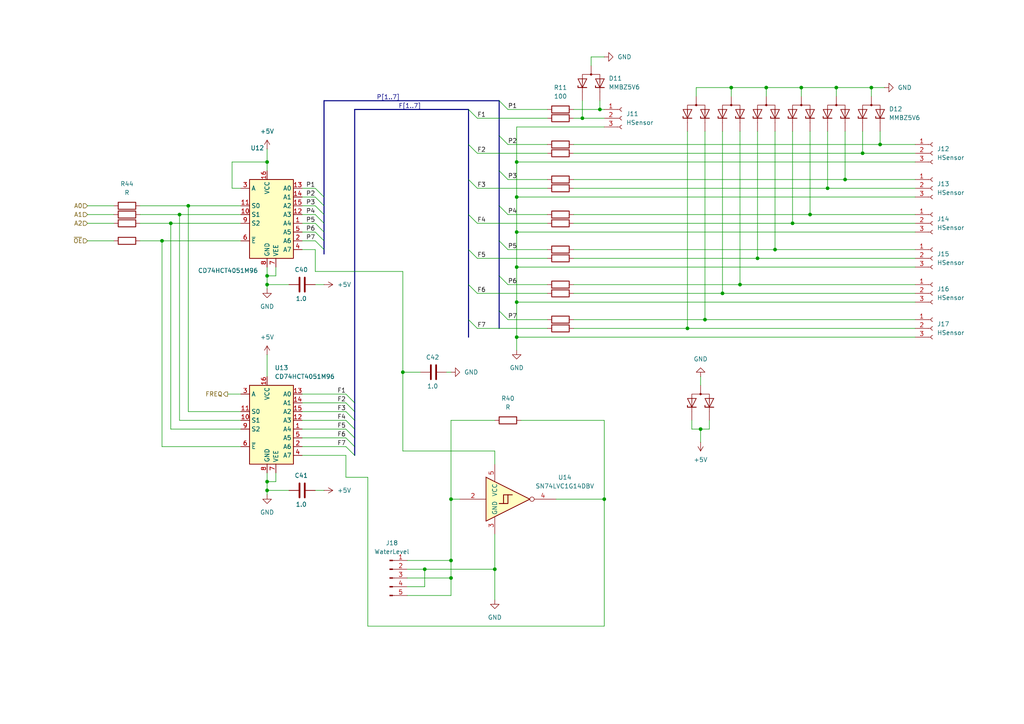
<source format=kicad_sch>
(kicad_sch (version 20231120) (generator "eeschema") (generator_version "8.0")
  (paper "A4")
  (title_block (title "Humidity sensors interface") (company "RoboWay"))
  (lib_symbols
    (symbol "74xGxx:SN74LVC1G14DBV"
      (property "Reference" "U" (at 0 3.81 0))
      (property "Value" "SN74LVC1G14DBV" (at 0 -3.81 0))
      (symbol "SN74LVC1G14DBV_0_1"
        (polyline (pts (xy -7.62 6.35) (xy -7.62 -6.35) (xy 5.08 0) (xy -7.62 6.35)) (stroke (width 0.254)) (fill (type background)))
      )
      (symbol "SN74LVC1G14DBV_1_1"
        (polyline (pts (xy -3.81 -1.27) (xy -1.27 -1.27) (xy -1.27 1.27)) (stroke (width 0.254)))
        (polyline (pts (xy -2.54 -1.27) (xy -2.54 1.27) (xy 0 1.27)) (stroke (width 0.254)))
        (pin no_connect line (at -7.62 5.08 180) (length 5.08) hide (name "NC") (number "1"))
        (pin input line (at -15.24 0 0) (length 7.62) (name "~") (number "2"))
        (pin power_in line (at -5.08 -10.16 90) (length 5.08) (name "GND") (number "3"))
        (pin output inverted (at 12.7 0 180) (length 7.62) (name "~") (number "4"))
        (pin power_in line (at -5.08 10.16 270) (length 5.08) (name "VCC") (number "5"))
      )
    )
    (symbol "74xx:74HCT4051"
      (property "Reference" "U" (at -5.08 11.43 0))
      (property "Value" "74HCT4051" (at -7.62 -13.97 0))
      (symbol "74HCT4051_0_1"
        (rectangle (start -5.08 10.16) (end 7.62 -12.7) (stroke (width 0.254)) (fill (type background)))
      )
      (symbol "74HCT4051_1_1"
        (pin passive line (at 10.16 -2.54 180) (length 2.54) (name "A4") (number "1"))
        (pin input line (at -7.62 0 0) (length 2.54) (name "S1") (number "10"))
        (pin input line (at -7.62 2.54 0) (length 2.54) (name "S0") (number "11"))
        (pin passive line (at 10.16 0 180) (length 2.54) (name "A3") (number "12"))
        (pin passive line (at 10.16 7.62 180) (length 2.54) (name "A0") (number "13"))
        (pin passive line (at 10.16 5.08 180) (length 2.54) (name "A1") (number "14"))
        (pin passive line (at 10.16 2.54 180) (length 2.54) (name "A2") (number "15"))
        (pin power_in line (at 0 12.7 270) (length 2.54) (name "VCC") (number "16"))
        (pin passive line (at 10.16 -7.62 180) (length 2.54) (name "A6") (number "2"))
        (pin passive line (at -7.62 7.62 0) (length 2.54) (name "A") (number "3"))
        (pin passive line (at 10.16 -10.16 180) (length 2.54) (name "A7") (number "4"))
        (pin passive line (at 10.16 -5.08 180) (length 2.54) (name "A5") (number "5"))
        (pin input line (at -7.62 -7.62 0) (length 2.54) (name "~{E}") (number "6"))
        (pin power_in line (at 2.54 -15.24 90) (length 2.54) (name "VEE") (number "7"))
        (pin power_in line (at 0 -15.24 90) (length 2.54) (name "GND") (number "8"))
        (pin input line (at -7.62 -2.54 0) (length 2.54) (name "S2") (number "9"))
      )
    )
    (symbol "Connector:Conn_01x03_Socket" (pin_names (offset 1.016) hide)
      (property "Reference" "J" (at 0 5.08 0))
      (property "Value" "Conn_01x03_Socket" (at 0 -5.08 0))
      (symbol "Conn_01x03_Socket_1_1"
        (arc (start 0 -2.032) (mid -0.5058 -2.54) (end 0 -3.048) (stroke (width 0.1524)))
        (polyline (pts (xy -1.27 -2.54) (xy -0.508 -2.54)) (stroke (width 0.1524)))
        (polyline (pts (xy -1.27 0) (xy -0.508 0)) (stroke (width 0.1524)))
        (polyline (pts (xy -1.27 2.54) (xy -0.508 2.54)) (stroke (width 0.1524)))
        (arc (start 0 0.508) (mid -0.5058 0) (end 0 -0.508) (stroke (width 0.1524)))
        (arc (start 0 3.048) (mid -0.5058 2.54) (end 0 2.032) (stroke (width 0.1524)))
        (pin passive line (at -5.08 2.54 0) (length 3.81) (name "Pin_1") (number "1"))
        (pin passive line (at -5.08 0 0) (length 3.81) (name "Pin_2") (number "2"))
        (pin passive line (at -5.08 -2.54 0) (length 3.81) (name "Pin_3") (number "3"))
      )
    )
    (symbol "Connector:Conn_01x05_Pin" (pin_names (offset 1.016) hide)
      (property "Reference" "J" (at 0 7.62 0))
      (property "Value" "Conn_01x05_Pin" (at 0 -7.62 0))
      (symbol "Conn_01x05_Pin_1_1"
        (polyline (pts (xy 1.27 -5.08) (xy 0.8636 -5.08)) (stroke (width 0.1524)))
        (polyline (pts (xy 1.27 -2.54) (xy 0.8636 -2.54)) (stroke (width 0.1524)))
        (polyline (pts (xy 1.27 0) (xy 0.8636 0)) (stroke (width 0.1524)))
        (polyline (pts (xy 1.27 2.54) (xy 0.8636 2.54)) (stroke (width 0.1524)))
        (polyline (pts (xy 1.27 5.08) (xy 0.8636 5.08)) (stroke (width 0.1524)))
        (rectangle (start 0.8636 -4.953) (end 0 -5.207) (stroke (width 0.1524)) (fill (type outline)))
        (rectangle (start 0.8636 -2.413) (end 0 -2.667) (stroke (width 0.1524)) (fill (type outline)))
        (rectangle (start 0.8636 0.127) (end 0 -0.127) (stroke (width 0.1524)) (fill (type outline)))
        (rectangle (start 0.8636 2.667) (end 0 2.413) (stroke (width 0.1524)) (fill (type outline)))
        (rectangle (start 0.8636 5.207) (end 0 4.953) (stroke (width 0.1524)) (fill (type outline)))
        (pin passive line (at 5.08 5.08 180) (length 3.81) (name "Pin_1") (number "1"))
        (pin passive line (at 5.08 2.54 180) (length 3.81) (name "Pin_2") (number "2"))
        (pin passive line (at 5.08 0 180) (length 3.81) (name "Pin_3") (number "3"))
        (pin passive line (at 5.08 -2.54 180) (length 3.81) (name "Pin_4") (number "4"))
        (pin passive line (at 5.08 -5.08 180) (length 3.81) (name "Pin_5") (number "5"))
      )
    )
    (symbol "Device:C" (pin_numbers hide) (pin_names (offset 0.254))
      (property "Reference" "C" (at 0.635 2.54 0))
      (property "Value" "C" (at 0.635 -2.54 0))
      (symbol "C_0_1"
        (polyline (pts (xy -2.032 -0.762) (xy 2.032 -0.762)) (stroke (width 0.508)))
        (polyline (pts (xy -2.032 0.762) (xy 2.032 0.762)) (stroke (width 0.508)))
      )
      (symbol "C_1_1"
        (pin passive line (at 0 3.81 270) (length 2.794) (name "~") (number "1"))
        (pin passive line (at 0 -3.81 90) (length 2.794) (name "~") (number "2"))
      )
    )
    (symbol "Device:R" (pin_numbers hide) (pin_names (offset 0))
      (property "Reference" "R" (at 2.032 0 90))
      (property "Value" "R" (at 0 0 90))
      (symbol "R_0_1"
        (rectangle (start -1.016 -2.54) (end 1.016 2.54) (stroke (width 0.254)))
      )
      (symbol "R_1_1"
        (pin passive line (at 0 3.81 270) (length 1.27) (name "~") (number "1"))
        (pin passive line (at 0 -3.81 90) (length 1.27) (name "~") (number "2"))
      )
    )
    (symbol "Diode:MMBZxx" (pin_numbers hide) (pin_names (offset 1.016) hide)
      (property "Reference" "D" (at 3.81 2.54 0))
      (property "Value" "MMBZxx" (at 3.81 0 0))
      (symbol "MMBZxx_0_1"
        (circle (center 0 -2.54) (radius 0.254) (fill (type outline)))
        (polyline (pts (xy -2.54 -1.27) (xy -2.54 2.54)))
        (polyline (pts (xy 2.54 -1.27) (xy 2.54 2.54)))
        (polyline (pts (xy -3.81 1.27) (xy -1.27 1.27) (xy -1.27 0.762)) (stroke (width 0.254)))
        (polyline (pts (xy 1.27 1.27) (xy 3.81 1.27) (xy 3.81 0.762)) (stroke (width 0.254)))
        (polyline (pts (xy -2.54 0) (xy -2.54 -2.54) (xy 2.54 -2.54) (xy 2.54 0)))
      )
      (symbol "MMBZxx_1_1"
        (polyline (pts (xy -3.81 -1.27) (xy -1.27 -1.27) (xy -2.54 1.27) (xy -3.81 -1.27)) (stroke (width 0.2032)))
        (polyline (pts (xy 1.27 -1.27) (xy 3.81 -1.27) (xy 2.54 1.27) (xy 1.27 -1.27)) (stroke (width 0.2032)))
        (pin passive line (at -2.54 5.08 270) (length 2.54) (name "K") (number "1"))
        (pin passive line (at 2.54 5.08 270) (length 2.54) (name "K") (number "2"))
        (pin passive line (at 0 -5.08 90) (length 2.54) (name "A") (number "3"))
      )
    )
    (symbol "power:+5V" (power) (pin_numbers hide) (pin_names (offset 0) hide)
      (property "Value" "+5V" (at 0 3.556 0))
      (symbol "+5V_0_1"
        (polyline (pts (xy -0.762 1.27) (xy 0 2.54)))
        (polyline (pts (xy 0 0) (xy 0 2.54)))
        (polyline (pts (xy 0 2.54) (xy 0.762 1.27)))
      )
      (symbol "+5V_1_1"
        (pin power_in line (at 0 0 90) (length 0) (name "~") (number "1"))
      )
    )
    (symbol "power:GND" (power) (pin_numbers hide) (pin_names (offset 0) hide)
      (property "Value" "GND" (at 0 -3.81 0))
      (symbol "GND_0_1"
        (polyline (pts (xy 0 0) (xy 0 -1.27) (xy 1.27 -1.27) (xy 0 -2.54) (xy -1.27 -1.27) (xy 0 -1.27)))
      )
      (symbol "GND_1_1"
        (pin power_in line (at 0 0 270) (length 0) (name "~") (number "1"))
      )
    )
  )
  (junction (at 214.63 82.55))
  (junction (at 54.61 59.69))
  (junction (at 130.81 162.56))
  (junction (at 175.26 144.78))
  (junction (at 149.86 77.47))
  (junction (at 219.71 74.93))
  (junction (at 123.19 165.1))
  (junction (at 149.86 97.79))
  (junction (at 224.79 72.39))
  (junction (at 173.99 31.75))
  (junction (at 203.2 124.46))
  (junction (at 77.47 142.24))
  (junction (at 143.51 165.1))
  (junction (at 234.95 62.23))
  (junction (at 240.03 54.61))
  (junction (at 229.87 64.77))
  (junction (at 199.39 95.25))
  (junction (at 250.19 44.45))
  (junction (at 77.47 80.01))
  (junction (at 222.25 25.4))
  (junction (at 130.81 167.64))
  (junction (at 232.41 25.4))
  (junction (at 245.11 52.07))
  (junction (at 46.99 69.85))
  (junction (at 52.07 62.23))
  (junction (at 212.09 25.4))
  (junction (at 252.73 25.4))
  (junction (at 130.81 144.78))
  (junction (at 255.27 41.91))
  (junction (at 116.84 107.95))
  (junction (at 242.57 25.4))
  (junction (at 168.91 34.29))
  (junction (at 149.86 46.99))
  (junction (at 209.55 85.09))
  (junction (at 204.47 92.71))
  (junction (at 149.86 87.63))
  (junction (at 149.86 57.15))
  (junction (at 77.47 82.55))
  (junction (at 149.86 67.31))
  (junction (at 49.53 64.77))
  (junction (at 77.47 139.7))
  (junction (at 77.47 46.99))
  (bus_entry (at 135.89 72.39) (size 2.54 2.54))
  (bus_entry (at 144.78 59.69) (size 2.54 2.54))
  (bus_entry (at 91.44 69.85) (size 2.54 2.54))
  (bus_entry (at 100.33 121.92) (size 2.54 2.54))
  (bus_entry (at 91.44 67.31) (size 2.54 2.54))
  (bus_entry (at 135.89 92.71) (size 2.54 2.54))
  (bus_entry (at 144.78 69.85) (size 2.54 2.54))
  (bus_entry (at 100.33 119.38) (size 2.54 2.54))
  (bus_entry (at 100.33 124.46) (size 2.54 2.54))
  (bus_entry (at 144.78 90.17) (size 2.54 2.54))
  (bus_entry (at 91.44 57.15) (size 2.54 2.54))
  (bus_entry (at 144.78 49.53) (size 2.54 2.54))
  (bus_entry (at 144.78 80.01) (size 2.54 2.54))
  (bus_entry (at 135.89 52.07) (size 2.54 2.54))
  (bus_entry (at 100.33 114.3) (size 2.54 2.54))
  (bus_entry (at 135.89 41.91) (size 2.54 2.54))
  (bus_entry (at 135.89 31.75) (size 2.54 2.54))
  (bus_entry (at 135.89 82.55) (size 2.54 2.54))
  (bus_entry (at 91.44 64.77) (size 2.54 2.54))
  (bus_entry (at 91.44 62.23) (size 2.54 2.54))
  (bus_entry (at 100.33 116.84) (size 2.54 2.54))
  (bus_entry (at 91.44 54.61) (size 2.54 2.54))
  (bus_entry (at 100.33 129.54) (size 2.54 2.54))
  (bus_entry (at 91.44 59.69) (size 2.54 2.54))
  (bus_entry (at 135.89 62.23) (size 2.54 2.54))
  (bus_entry (at 144.78 29.21) (size 2.54 2.54))
  (bus_entry (at 100.33 127) (size 2.54 2.54))
  (bus_entry (at 144.78 39.37) (size 2.54 2.54))
  (wire (pts (xy 118.11 172.72) (xy 130.81 172.72)))
  (bus (pts (xy 102.87 124.46) (xy 102.87 121.92)))
  (wire (pts (xy 87.63 54.61) (xy 91.44 54.61)))
  (wire (pts (xy 229.87 38.1) (xy 229.87 64.77)))
  (wire (pts (xy 147.32 72.39) (xy 158.75 72.39)))
  (bus (pts (xy 93.98 69.85) (xy 93.98 67.31)))
  (wire (pts (xy 245.11 52.07) (xy 265.43 52.07)))
  (wire (pts (xy 166.37 31.75) (xy 173.99 31.75)))
  (bus (pts (xy 144.78 59.69) (xy 144.78 69.85)))
  (wire (pts (xy 130.81 107.95) (xy 129.54 107.95)))
  (wire (pts (xy 77.47 142.24) (xy 83.82 142.24)))
  (wire (pts (xy 222.25 25.4) (xy 232.41 25.4)))
  (wire (pts (xy 77.47 77.47) (xy 77.47 80.01)))
  (wire (pts (xy 242.57 25.4) (xy 252.73 25.4)))
  (wire (pts (xy 205.74 124.46) (xy 205.74 121.92)))
  (wire (pts (xy 40.64 62.23) (xy 52.07 62.23)))
  (wire (pts (xy 52.07 121.92) (xy 69.85 121.92)))
  (wire (pts (xy 87.63 116.84) (xy 100.33 116.84)))
  (bus (pts (xy 93.98 57.15) (xy 93.98 29.21)))
  (wire (pts (xy 143.51 165.1) (xy 143.51 173.99)))
  (wire (pts (xy 147.32 92.71) (xy 158.75 92.71)))
  (bus (pts (xy 135.89 92.71) (xy 135.89 97.79)))
  (wire (pts (xy 100.33 138.43) (xy 106.68 138.43)))
  (wire (pts (xy 80.01 139.7) (xy 77.47 139.7)))
  (wire (pts (xy 147.32 52.07) (xy 158.75 52.07)))
  (wire (pts (xy 149.86 97.79) (xy 265.43 97.79)))
  (wire (pts (xy 77.47 80.01) (xy 77.47 82.55)))
  (wire (pts (xy 204.47 92.71) (xy 265.43 92.71)))
  (wire (pts (xy 116.84 130.81) (xy 143.51 130.81)))
  (wire (pts (xy 234.95 38.1) (xy 234.95 62.23)))
  (wire (pts (xy 80.01 137.16) (xy 80.01 139.7)))
  (wire (pts (xy 212.09 25.4) (xy 212.09 27.94)))
  (wire (pts (xy 175.26 36.83) (xy 149.86 36.83)))
  (wire (pts (xy 204.47 38.1) (xy 204.47 92.71)))
  (wire (pts (xy 138.43 54.61) (xy 158.75 54.61)))
  (bus (pts (xy 135.89 82.55) (xy 135.89 92.71)))
  (wire (pts (xy 46.99 69.85) (xy 69.85 69.85)))
  (bus (pts (xy 144.78 69.85) (xy 144.78 80.01)))
  (wire (pts (xy 77.47 82.55) (xy 83.82 82.55)))
  (bus (pts (xy 102.87 132.08) (xy 102.87 129.54)))
  (wire (pts (xy 138.43 74.93) (xy 158.75 74.93)))
  (wire (pts (xy 25.4 64.77) (xy 33.02 64.77)))
  (wire (pts (xy 166.37 64.77) (xy 229.87 64.77)))
  (bus (pts (xy 102.87 31.75) (xy 135.89 31.75)))
  (wire (pts (xy 149.86 87.63) (xy 149.86 97.79)))
  (bus (pts (xy 144.78 49.53) (xy 144.78 59.69)))
  (wire (pts (xy 77.47 139.7) (xy 77.47 142.24)))
  (wire (pts (xy 118.11 162.56) (xy 130.81 162.56)))
  (bus (pts (xy 144.78 80.01) (xy 144.78 90.17)))
  (wire (pts (xy 147.32 31.75) (xy 158.75 31.75)))
  (wire (pts (xy 46.99 69.85) (xy 46.99 129.54)))
  (wire (pts (xy 40.64 64.77) (xy 49.53 64.77)))
  (wire (pts (xy 255.27 38.1) (xy 255.27 41.91)))
  (bus (pts (xy 93.98 64.77) (xy 93.98 62.23)))
  (wire (pts (xy 168.91 29.21) (xy 168.91 34.29)))
  (wire (pts (xy 255.27 41.91) (xy 265.43 41.91)))
  (bus (pts (xy 135.89 62.23) (xy 135.89 72.39)))
  (wire (pts (xy 240.03 38.1) (xy 240.03 54.61)))
  (bus (pts (xy 102.87 121.92) (xy 102.87 119.38)))
  (wire (pts (xy 87.63 59.69) (xy 91.44 59.69)))
  (wire (pts (xy 149.86 77.47) (xy 265.43 77.47)))
  (wire (pts (xy 252.73 25.4) (xy 256.54 25.4)))
  (wire (pts (xy 199.39 95.25) (xy 265.43 95.25)))
  (wire (pts (xy 234.95 62.23) (xy 265.43 62.23)))
  (wire (pts (xy 203.2 124.46) (xy 203.2 128.27)))
  (bus (pts (xy 93.98 59.69) (xy 93.98 57.15)))
  (wire (pts (xy 49.53 64.77) (xy 69.85 64.77)))
  (wire (pts (xy 166.37 72.39) (xy 224.79 72.39)))
  (wire (pts (xy 214.63 82.55) (xy 265.43 82.55)))
  (wire (pts (xy 54.61 119.38) (xy 69.85 119.38)))
  (wire (pts (xy 209.55 38.1) (xy 209.55 85.09)))
  (wire (pts (xy 252.73 27.94) (xy 252.73 25.4)))
  (wire (pts (xy 166.37 85.09) (xy 209.55 85.09)))
  (wire (pts (xy 40.64 69.85) (xy 46.99 69.85)))
  (wire (pts (xy 80.01 80.01) (xy 77.47 80.01)))
  (wire (pts (xy 168.91 34.29) (xy 175.26 34.29)))
  (wire (pts (xy 232.41 25.4) (xy 232.41 27.94)))
  (wire (pts (xy 149.86 77.47) (xy 149.86 87.63)))
  (wire (pts (xy 245.11 38.1) (xy 245.11 52.07)))
  (wire (pts (xy 67.31 54.61) (xy 69.85 54.61)))
  (wire (pts (xy 175.26 144.78) (xy 161.29 144.78)))
  (wire (pts (xy 46.99 129.54) (xy 69.85 129.54)))
  (wire (pts (xy 175.26 181.61) (xy 175.26 144.78)))
  (bus (pts (xy 144.78 90.17) (xy 144.78 95.25)))
  (wire (pts (xy 212.09 25.4) (xy 222.25 25.4)))
  (wire (pts (xy 138.43 34.29) (xy 158.75 34.29)))
  (wire (pts (xy 25.4 59.69) (xy 33.02 59.69)))
  (wire (pts (xy 87.63 62.23) (xy 91.44 62.23)))
  (wire (pts (xy 201.93 27.94) (xy 201.93 25.4)))
  (wire (pts (xy 87.63 121.92) (xy 100.33 121.92)))
  (wire (pts (xy 130.81 162.56) (xy 130.81 144.78)))
  (wire (pts (xy 149.86 67.31) (xy 149.86 77.47)))
  (wire (pts (xy 143.51 130.81) (xy 143.51 134.62)))
  (wire (pts (xy 250.19 38.1) (xy 250.19 44.45)))
  (wire (pts (xy 49.53 64.77) (xy 49.53 124.46)))
  (wire (pts (xy 147.32 41.91) (xy 158.75 41.91)))
  (wire (pts (xy 250.19 44.45) (xy 265.43 44.45)))
  (wire (pts (xy 149.86 46.99) (xy 149.86 57.15)))
  (wire (pts (xy 219.71 74.93) (xy 265.43 74.93)))
  (wire (pts (xy 203.2 124.46) (xy 205.74 124.46)))
  (wire (pts (xy 138.43 85.09) (xy 158.75 85.09)))
  (wire (pts (xy 149.86 46.99) (xy 265.43 46.99)))
  (wire (pts (xy 219.71 38.1) (xy 219.71 74.93)))
  (wire (pts (xy 166.37 41.91) (xy 255.27 41.91)))
  (bus (pts (xy 144.78 39.37) (xy 144.78 49.53)))
  (wire (pts (xy 240.03 54.61) (xy 265.43 54.61)))
  (wire (pts (xy 149.86 87.63) (xy 265.43 87.63)))
  (wire (pts (xy 100.33 132.08) (xy 100.33 138.43)))
  (wire (pts (xy 203.2 109.22) (xy 203.2 111.76)))
  (wire (pts (xy 87.63 64.77) (xy 91.44 64.77)))
  (wire (pts (xy 200.66 124.46) (xy 203.2 124.46)))
  (wire (pts (xy 224.79 72.39) (xy 265.43 72.39)))
  (wire (pts (xy 171.45 16.51) (xy 175.26 16.51)))
  (bus (pts (xy 102.87 129.54) (xy 102.87 127)))
  (wire (pts (xy 25.4 62.23) (xy 33.02 62.23)))
  (wire (pts (xy 166.37 62.23) (xy 234.95 62.23)))
  (wire (pts (xy 133.35 144.78) (xy 130.81 144.78)))
  (wire (pts (xy 91.44 78.74) (xy 116.84 78.74)))
  (wire (pts (xy 222.25 25.4) (xy 222.25 27.94)))
  (bus (pts (xy 102.87 119.38) (xy 102.87 116.84)))
  (wire (pts (xy 147.32 82.55) (xy 158.75 82.55)))
  (wire (pts (xy 66.04 114.3) (xy 69.85 114.3)))
  (wire (pts (xy 87.63 129.54) (xy 100.33 129.54)))
  (wire (pts (xy 87.63 119.38) (xy 100.33 119.38)))
  (wire (pts (xy 166.37 54.61) (xy 240.03 54.61)))
  (wire (pts (xy 77.47 137.16) (xy 77.47 139.7)))
  (wire (pts (xy 166.37 95.25) (xy 199.39 95.25)))
  (wire (pts (xy 229.87 64.77) (xy 265.43 64.77)))
  (wire (pts (xy 166.37 82.55) (xy 214.63 82.55)))
  (wire (pts (xy 149.86 97.79) (xy 149.86 101.6)))
  (bus (pts (xy 144.78 29.21) (xy 144.78 39.37)))
  (wire (pts (xy 171.45 19.05) (xy 171.45 16.51)))
  (wire (pts (xy 151.13 121.92) (xy 175.26 121.92)))
  (bus (pts (xy 102.87 116.84) (xy 102.87 31.75)))
  (wire (pts (xy 130.81 144.78) (xy 130.81 121.92)))
  (wire (pts (xy 49.53 124.46) (xy 69.85 124.46)))
  (wire (pts (xy 87.63 69.85) (xy 91.44 69.85)))
  (wire (pts (xy 201.93 25.4) (xy 212.09 25.4)))
  (wire (pts (xy 209.55 85.09) (xy 265.43 85.09)))
  (bus (pts (xy 135.89 31.75) (xy 135.89 41.91)))
  (wire (pts (xy 87.63 114.3) (xy 100.33 114.3)))
  (wire (pts (xy 123.19 165.1) (xy 118.11 165.1)))
  (wire (pts (xy 80.01 77.47) (xy 80.01 80.01)))
  (bus (pts (xy 102.87 127) (xy 102.87 124.46)))
  (wire (pts (xy 52.07 62.23) (xy 69.85 62.23)))
  (wire (pts (xy 242.57 27.94) (xy 242.57 25.4)))
  (wire (pts (xy 54.61 59.69) (xy 69.85 59.69)))
  (bus (pts (xy 93.98 69.85) (xy 93.98 72.39)))
  (wire (pts (xy 77.47 82.55) (xy 77.47 83.82)))
  (wire (pts (xy 173.99 29.21) (xy 173.99 31.75)))
  (wire (pts (xy 149.86 57.15) (xy 265.43 57.15)))
  (wire (pts (xy 166.37 52.07) (xy 245.11 52.07)))
  (wire (pts (xy 52.07 62.23) (xy 52.07 121.92)))
  (bus (pts (xy 93.98 72.39) (xy 93.98 73.66)))
  (wire (pts (xy 123.19 170.18) (xy 123.19 165.1)))
  (wire (pts (xy 91.44 142.24) (xy 93.98 142.24)))
  (wire (pts (xy 87.63 57.15) (xy 91.44 57.15)))
  (wire (pts (xy 91.44 72.39) (xy 91.44 78.74)))
  (wire (pts (xy 149.86 36.83) (xy 149.86 46.99)))
  (bus (pts (xy 135.89 52.07) (xy 135.89 62.23)))
  (wire (pts (xy 175.26 121.92) (xy 175.26 144.78)))
  (wire (pts (xy 200.66 121.92) (xy 200.66 124.46)))
  (wire (pts (xy 130.81 121.92) (xy 143.51 121.92)))
  (wire (pts (xy 214.63 38.1) (xy 214.63 82.55)))
  (wire (pts (xy 149.86 57.15) (xy 149.86 67.31)))
  (wire (pts (xy 87.63 124.46) (xy 100.33 124.46)))
  (wire (pts (xy 116.84 107.95) (xy 121.92 107.95)))
  (wire (pts (xy 87.63 67.31) (xy 91.44 67.31)))
  (wire (pts (xy 67.31 46.99) (xy 77.47 46.99)))
  (wire (pts (xy 224.79 38.1) (xy 224.79 72.39)))
  (wire (pts (xy 143.51 154.94) (xy 143.51 165.1)))
  (wire (pts (xy 123.19 165.1) (xy 143.51 165.1)))
  (wire (pts (xy 138.43 95.25) (xy 158.75 95.25)))
  (wire (pts (xy 54.61 59.69) (xy 54.61 119.38)))
  (wire (pts (xy 118.11 170.18) (xy 123.19 170.18)))
  (wire (pts (xy 106.68 181.61) (xy 175.26 181.61)))
  (wire (pts (xy 166.37 44.45) (xy 250.19 44.45)))
  (wire (pts (xy 173.99 31.75) (xy 175.26 31.75)))
  (wire (pts (xy 67.31 46.99) (xy 67.31 54.61)))
  (wire (pts (xy 77.47 102.87) (xy 77.47 109.22)))
  (wire (pts (xy 147.32 62.23) (xy 158.75 62.23)))
  (wire (pts (xy 138.43 64.77) (xy 158.75 64.77)))
  (wire (pts (xy 91.44 82.55) (xy 93.98 82.55)))
  (wire (pts (xy 87.63 132.08) (xy 100.33 132.08)))
  (wire (pts (xy 77.47 43.18) (xy 77.47 46.99)))
  (wire (pts (xy 149.86 67.31) (xy 265.43 67.31)))
  (wire (pts (xy 106.68 138.43) (xy 106.68 181.61)))
  (wire (pts (xy 87.63 72.39) (xy 91.44 72.39)))
  (wire (pts (xy 166.37 34.29) (xy 168.91 34.29)))
  (bus (pts (xy 93.98 29.21) (xy 144.78 29.21)))
  (wire (pts (xy 166.37 74.93) (xy 219.71 74.93)))
  (wire (pts (xy 77.47 142.24) (xy 77.47 143.51)))
  (bus (pts (xy 93.98 62.23) (xy 93.98 59.69)))
  (bus (pts (xy 93.98 67.31) (xy 93.98 64.77)))
  (wire (pts (xy 116.84 107.95) (xy 116.84 130.81)))
  (bus (pts (xy 135.89 72.39) (xy 135.89 82.55)))
  (wire (pts (xy 77.47 46.99) (xy 77.47 49.53)))
  (wire (pts (xy 116.84 78.74) (xy 116.84 107.95)))
  (wire (pts (xy 130.81 167.64) (xy 130.81 162.56)))
  (wire (pts (xy 40.64 59.69) (xy 54.61 59.69)))
  (wire (pts (xy 118.11 167.64) (xy 130.81 167.64)))
  (wire (pts (xy 138.43 44.45) (xy 158.75 44.45)))
  (wire (pts (xy 130.81 172.72) (xy 130.81 167.64)))
  (wire (pts (xy 199.39 38.1) (xy 199.39 95.25)))
  (wire (pts (xy 87.63 127) (xy 100.33 127)))
  (bus (pts (xy 135.89 41.91) (xy 135.89 52.07)))
  (wire (pts (xy 25.4 69.85) (xy 33.02 69.85)))
  (wire (pts (xy 166.37 92.71) (xy 204.47 92.71)))
  (wire (pts (xy 232.41 25.4) (xy 242.57 25.4)))
  (label "F3" (at 100.33 119.38 180))
  (label "P3" (at 91.44 59.69 180))
  (label "P[1..7]" (at 109.22 29.21 0))
  (label "P5" (at 147.32 72.39 0))
  (label "P6" (at 147.32 82.55 0))
  (label "F5" (at 138.43 74.93 0))
  (label "P2" (at 147.32 41.91 0))
  (label "F6" (at 100.33 127 180))
  (label "F7" (at 138.43 95.25 0))
  (label "P6" (at 91.44 67.31 180))
  (label "P1" (at 91.44 54.61 180))
  (label "F6" (at 138.43 85.09 0))
  (label "F2" (at 138.43 44.45 0))
  (label "P4" (at 91.44 62.23 180))
  (label "F1" (at 100.33 114.3 180))
  (label "P2" (at 91.44 57.15 180))
  (label "F4" (at 100.33 121.92 180))
  (label "F3" (at 138.43 54.61 0))
  (label "F4" (at 138.43 64.77 0))
  (label "F7" (at 100.33 129.54 180))
  (label "P4" (at 147.32 62.23 0))
  (label "F5" (at 100.33 124.46 180))
  (label "P1" (at 147.32 31.75 0))
  (label "F[1..7]" (at 115.57 31.75 0))
  (label "P3" (at 147.32 52.07 0))
  (label "P7" (at 91.44 69.85 180))
  (label "F2" (at 100.33 116.84 180))
  (label "F1" (at 138.43 34.29 0))
  (label "P5" (at 91.44 64.77 180))
  (label "P7" (at 147.32 92.71 0))
  (hierarchical_label "A2" (shape input) (at 25.4 64.77 180))
  (hierarchical_label "~{OE}" (shape input) (at 25.4 69.85 180))
  (hierarchical_label "A0" (shape input) (at 25.4 59.69 180))
  (hierarchical_label "FREQ" (shape output) (at 66.04 114.3 180))
  (hierarchical_label "A1" (shape input) (at 25.4 62.23 180))
  (symbol (lib_id "Diode:MMBZxx") (at 171.45 24.13 180) (unit 1)
    (property "Reference" "D11" (at 176.53 22.7329 0) (effects (justify right)))
    (property "Value" "MMBZ5V6" (at 176.53 25.2729 0) (effects (justify right)))
    (property "Footprint" "Package_TO_SOT_SMD:SOT-23" (effects (hide yes)))
    (property "Datasheet" "http://www.onsemi.com/pub/Collateral/MMBZ5V6ALT1-D.PDF" (effects (hide yes)))
    (property "Description" "Double Zener Diode, Common Anode, 225mW, SOT-23" (effects (hide yes)))
  )
  (symbol (lib_id "Diode:MMBZxx") (at 242.57 33.02 180) (unit 1)
    (property "Reference" "D13" (effects (hide yes)))
    (property "Value" "MMBZ5V6" (effects (hide yes)))
    (property "Footprint" "Package_TO_SOT_SMD:SOT-23" (effects (hide yes)))
    (property "Datasheet" "http://www.onsemi.com/pub/Collateral/MMBZ5V6ALT1-D.PDF" (effects (hide yes)))
    (property "Description" "Double Zener Diode, Common Anode, 225mW, SOT-23" (effects (hide yes)))
  )
  (symbol (lib_id "power:+5V") (at 93.98 142.24 270) (unit 1)
    (property "Reference" "#PWR0107" (effects (hide yes)))
    (property "Value" "+5V" (at 97.79 142.2399 90) (effects (justify left)))
    (property "Description" "Power symbol creates a global label with name \"+5V\"" (effects (hide yes)))
  )
  (symbol (lib_id "Connector:Conn_01x03_Socket") (at 270.51 44.45 0) (unit 1)
    (property "Reference" "J12" (at 271.78 43.1799 0) (effects (justify left)))
    (property "Value" "HSensor" (at 271.78 45.7199 0) (effects (justify left)))
    (property "Footprint" "easyeda2kicad:CONN-TH_DB301R-3.5-3P-GN-S" (effects (hide yes)))
    (property "Description" "Generic connector, single row, 01x03, script generated" (effects (hide yes)))
  )
  (symbol (lib_id "Connector:Conn_01x03_Socket") (at 270.51 85.09 0) (unit 1)
    (property "Reference" "J16" (at 271.78 83.8199 0) (effects (justify left)))
    (property "Value" "HSensor" (at 271.78 86.3599 0) (effects (justify left)))
    (property "Footprint" "easyeda2kicad:CONN-TH_DB301R-3.5-3P-GN-S" (effects (hide yes)))
    (property "Description" "Generic connector, single row, 01x03, script generated" (effects (hide yes)))
  )
  (symbol (lib_id "Device:C") (at 125.73 107.95 90) (unit 1)
    (property "Reference" "C42" (at 125.476 103.632 90))
    (property "Value" "1.0" (at 125.476 112.014 90))
    (property "Footprint" "Capacitor_SMD:C_0603_1608Metric_Pad1.08x0.95mm_HandSolder" (effects (hide yes)))
    (property "Description" "Unpolarized capacitor" (effects (hide yes)))
  )
  (symbol (lib_id "power:GND") (at 149.86 101.6 0) (unit 1)
    (property "Reference" "#PWR0108" (effects (hide yes)))
    (property "Value" "GND" (at 149.86 106.68 0))
    (property "Description" "Power symbol creates a global label with name \"GND\" , ground" (effects (hide yes)))
  )
  (symbol (lib_id "Diode:MMBZxx") (at 232.41 33.02 180) (unit 1)
    (property "Reference" "D14" (effects (hide yes)))
    (property "Value" "MMBZ5V6" (effects (hide yes)))
    (property "Footprint" "Package_TO_SOT_SMD:SOT-23" (effects (hide yes)))
    (property "Datasheet" "http://www.onsemi.com/pub/Collateral/MMBZ5V6ALT1-D.PDF" (effects (hide yes)))
    (property "Description" "Double Zener Diode, Common Anode, 225mW, SOT-23" (effects (hide yes)))
  )
  (symbol (lib_id "Diode:MMBZxx") (at 252.73 33.02 180) (unit 1)
    (property "Reference" "D12" (at 257.81 31.6229 0) (effects (justify right)))
    (property "Value" "MMBZ5V6" (at 257.81 34.1629 0) (effects (justify right)))
    (property "Footprint" "Package_TO_SOT_SMD:SOT-23" (effects (hide yes)))
    (property "Datasheet" "http://www.onsemi.com/pub/Collateral/MMBZ5V6ALT1-D.PDF" (effects (hide yes)))
    (property "Description" "Double Zener Diode, Common Anode, 225mW, SOT-23" (effects (hide yes)))
  )
  (symbol (lib_id "Connector:Conn_01x05_Pin") (at 113.03 167.64 0) (unit 1)
    (property "Reference" "J18" (at 113.665 157.48 0))
    (property "Value" "WaterLevel" (at 113.665 160.02 0))
    (property "Footprint" "Connector_JST:JST_XH_B5B-XH-A_1x05_P2.50mm_Vertical" (effects (hide yes)))
    (property "Description" "Generic connector, single row, 01x05, script generated" (effects (hide yes)))
  )
  (symbol (lib_id "Connector:Conn_01x03_Socket") (at 270.51 95.25 0) (unit 1)
    (property "Reference" "J17" (at 271.78 93.9799 0) (effects (justify left)))
    (property "Value" "HSensor" (at 271.78 96.5199 0) (effects (justify left)))
    (property "Footprint" "easyeda2kicad:CONN-TH_DB301R-3.5-3P-GN-S" (effects (hide yes)))
    (property "Description" "Generic connector, single row, 01x03, script generated" (effects (hide yes)))
  )
  (symbol (lib_id "Device:R") (at 162.56 95.25 90) (unit 1)
    (property "Reference" "R62" (effects (hide yes)))
    (property "Value" "100" (effects (hide yes)))
    (property "Footprint" "Resistor_SMD:R_0603_1608Metric_Pad0.98x0.95mm_HandSolder" (effects (hide yes)))
    (property "Description" "Resistor" (effects (hide yes)))
  )
  (symbol (lib_id "Device:R") (at 162.56 34.29 90) (unit 1)
    (property "Reference" "R50" (effects (hide yes)))
    (property "Value" "100" (effects (hide yes)))
    (property "Footprint" "Resistor_SMD:R_0603_1608Metric_Pad0.98x0.95mm_HandSolder" (effects (hide yes)))
    (property "Description" "Resistor" (effects (hide yes)))
  )
  (symbol (lib_id "Diode:MMBZxx") (at 212.09 33.02 180) (unit 1)
    (property "Reference" "D16" (effects (hide yes)))
    (property "Value" "MMBZ5V6" (effects (hide yes)))
    (property "Footprint" "Package_TO_SOT_SMD:SOT-23" (effects (hide yes)))
    (property "Datasheet" "http://www.onsemi.com/pub/Collateral/MMBZ5V6ALT1-D.PDF" (effects (hide yes)))
    (property "Description" "Double Zener Diode, Common Anode, 225mW, SOT-23" (effects (hide yes)))
  )
  (symbol (lib_id "power:GND") (at 77.47 143.51 0) (unit 1)
    (property "Reference" "#PWR0106" (effects (hide yes)))
    (property "Value" "GND" (at 77.47 148.59 0))
    (property "Description" "Power symbol creates a global label with name \"GND\" , ground" (effects (hide yes)))
  )
  (symbol (lib_id "74xx:74HCT4051") (at 77.47 62.23 0) (unit 1)
    (property "Reference" "U12" (at 72.644 42.926 0) (effects (justify left)))
    (property "Value" "CD74HCT4051M96" (at 57.404 78.486 0) (effects (justify left)))
    (property "Footprint" "easyeda2kicad:SOP-16_L10.0-W3.9-P1.27-LS6.0-BL" (effects (hide yes)))
    (property "Datasheet" "http://www.ti.com/lit/ds/symlink/cd74hct4051.pdf" (effects (hide yes)))
    (property "Description" "8-channel analog multiplexer/demultiplexer, DIP-16/SOIC-16/TSSOP-16" (effects (hide yes)))
    (property "LCSC Part" "C406862" (effects (hide yes)))
  )
  (symbol (lib_id "power:+5V") (at 93.98 82.55 270) (unit 1)
    (property "Reference" "#PWR0104" (effects (hide yes)))
    (property "Value" "+5V" (at 97.79 82.5499 90) (effects (justify left)))
    (property "Description" "Power symbol creates a global label with name \"+5V\"" (effects (hide yes)))
  )
  (symbol (lib_id "Device:R") (at 162.56 31.75 90) (unit 1)
    (property "Reference" "R11" (at 162.56 25.4 90))
    (property "Value" "100" (at 162.56 27.94 90))
    (property "Footprint" "Resistor_SMD:R_0603_1608Metric_Pad0.98x0.95mm_HandSolder" (effects (hide yes)))
    (property "Description" "Resistor" (effects (hide yes)))
  )
  (symbol (lib_id "Device:R") (at 36.83 64.77 90) (unit 1)
    (property "Reference" "R46" (effects (hide yes)))
    (property "Value" "R" (effects (hide yes)))
    (property "Footprint" "Resistor_SMD:R_0603_1608Metric_Pad0.98x0.95mm_HandSolder" (effects (hide yes)))
    (property "Description" "Resistor" (effects (hide yes)))
  )
  (symbol (lib_id "Device:C") (at 87.63 142.24 90) (unit 1)
    (property "Reference" "C41" (at 87.376 137.922 90))
    (property "Value" "1.0" (at 87.376 146.304 90))
    (property "Footprint" "Capacitor_SMD:C_0603_1608Metric_Pad1.08x0.95mm_HandSolder" (effects (hide yes)))
    (property "Description" "Unpolarized capacitor" (effects (hide yes)))
  )
  (symbol (lib_id "Device:R") (at 162.56 54.61 90) (unit 1)
    (property "Reference" "R54" (effects (hide yes)))
    (property "Value" "100" (effects (hide yes)))
    (property "Footprint" "Resistor_SMD:R_0603_1608Metric_Pad0.98x0.95mm_HandSolder" (effects (hide yes)))
    (property "Description" "Resistor" (effects (hide yes)))
  )
  (symbol (lib_id "Device:R") (at 147.32 121.92 90) (unit 1)
    (property "Reference" "R40" (at 147.32 115.57 90))
    (property "Value" "R" (at 147.32 118.11 90))
    (property "Footprint" "Resistor_SMD:R_0603_1608Metric_Pad0.98x0.95mm_HandSolder" (effects (hide yes)))
    (property "Description" "Resistor" (effects (hide yes)))
  )
  (symbol (lib_id "Device:R") (at 162.56 52.07 90) (unit 1)
    (property "Reference" "R53" (effects (hide yes)))
    (property "Value" "100" (effects (hide yes)))
    (property "Footprint" "Resistor_SMD:R_0603_1608Metric_Pad0.98x0.95mm_HandSolder" (effects (hide yes)))
    (property "Description" "Resistor" (effects (hide yes)))
  )
  (symbol (lib_id "Device:R") (at 36.83 62.23 90) (unit 1)
    (property "Reference" "R45" (effects (hide yes)))
    (property "Value" "R" (effects (hide yes)))
    (property "Footprint" "Resistor_SMD:R_0603_1608Metric_Pad0.98x0.95mm_HandSolder" (effects (hide yes)))
    (property "Description" "Resistor" (effects (hide yes)))
  )
  (symbol (lib_id "Connector:Conn_01x03_Socket") (at 270.51 74.93 0) (unit 1)
    (property "Reference" "J15" (at 271.78 73.6599 0) (effects (justify left)))
    (property "Value" "HSensor" (at 271.78 76.1999 0) (effects (justify left)))
    (property "Footprint" "easyeda2kicad:CONN-TH_DB301R-3.5-3P-GN-S" (effects (hide yes)))
    (property "Description" "Generic connector, single row, 01x03, script generated" (effects (hide yes)))
  )
  (symbol (lib_id "power:GND") (at 130.81 107.95 90) (unit 1)
    (property "Reference" "#PWR0110" (effects (hide yes)))
    (property "Value" "GND" (at 134.62 107.9499 90) (effects (justify right)))
    (property "Description" "Power symbol creates a global label with name \"GND\" , ground" (effects (hide yes)))
  )
  (symbol (lib_id "Diode:MMBZxx") (at 201.93 33.02 180) (unit 1)
    (property "Reference" "D17" (effects (hide yes)))
    (property "Value" "MMBZ5V6" (effects (hide yes)))
    (property "Footprint" "Package_TO_SOT_SMD:SOT-23" (effects (hide yes)))
    (property "Datasheet" "http://www.onsemi.com/pub/Collateral/MMBZ5V6ALT1-D.PDF" (effects (hide yes)))
    (property "Description" "Double Zener Diode, Common Anode, 225mW, SOT-23" (effects (hide yes)))
  )
  (symbol (lib_id "Device:R") (at 162.56 62.23 90) (unit 1)
    (property "Reference" "R55" (effects (hide yes)))
    (property "Value" "100" (effects (hide yes)))
    (property "Footprint" "Resistor_SMD:R_0603_1608Metric_Pad0.98x0.95mm_HandSolder" (effects (hide yes)))
    (property "Description" "Resistor" (effects (hide yes)))
  )
  (symbol (lib_id "power:GND") (at 203.2 109.22 180) (unit 1)
    (property "Reference" "#PWR0101" (effects (hide yes)))
    (property "Value" "GND" (at 203.2 104.14 0))
    (property "Description" "Power symbol creates a global label with name \"GND\" , ground" (effects (hide yes)))
  )
  (symbol (lib_id "power:GND") (at 77.47 83.82 0) (unit 1)
    (property "Reference" "#PWR0103" (effects (hide yes)))
    (property "Value" "GND" (at 77.47 88.9 0))
    (property "Description" "Power symbol creates a global label with name \"GND\" , ground" (effects (hide yes)))
  )
  (symbol (lib_id "Device:R") (at 162.56 92.71 90) (unit 1)
    (property "Reference" "R61" (effects (hide yes)))
    (property "Value" "100" (effects (hide yes)))
    (property "Footprint" "Resistor_SMD:R_0603_1608Metric_Pad0.98x0.95mm_HandSolder" (effects (hide yes)))
    (property "Description" "Resistor" (effects (hide yes)))
  )
  (symbol (lib_id "Device:R") (at 162.56 64.77 90) (unit 1)
    (property "Reference" "R56" (effects (hide yes)))
    (property "Value" "100" (effects (hide yes)))
    (property "Footprint" "Resistor_SMD:R_0603_1608Metric_Pad0.98x0.95mm_HandSolder" (effects (hide yes)))
    (property "Description" "Resistor" (effects (hide yes)))
  )
  (symbol (lib_id "Connector:Conn_01x03_Socket") (at 180.34 34.29 0) (unit 1)
    (property "Reference" "J11" (at 181.61 33.0199 0) (effects (justify left)))
    (property "Value" "HSensor" (at 181.61 35.5599 0) (effects (justify left)))
    (property "Footprint" "easyeda2kicad:CONN-TH_DB301R-3.5-3P-GN-S" (effects (hide yes)))
    (property "Description" "Generic connector, single row, 01x03, script generated" (effects (hide yes)))
  )
  (symbol (lib_id "power:GND") (at 143.51 173.99 0) (unit 1)
    (property "Reference" "#PWR0109" (effects (hide yes)))
    (property "Value" "GND" (at 143.51 179.07 0))
    (property "Description" "Power symbol creates a global label with name \"GND\" , ground" (effects (hide yes)))
  )
  (symbol (lib_id "Connector:Conn_01x03_Socket") (at 270.51 54.61 0) (unit 1)
    (property "Reference" "J13" (at 271.78 53.3399 0) (effects (justify left)))
    (property "Value" "HSensor" (at 271.78 55.8799 0) (effects (justify left)))
    (property "Footprint" "easyeda2kicad:CONN-TH_DB301R-3.5-3P-GN-S" (effects (hide yes)))
    (property "Description" "Generic connector, single row, 01x03, script generated" (effects (hide yes)))
  )
  (symbol (lib_id "Device:R") (at 162.56 44.45 90) (unit 1)
    (property "Reference" "R52" (effects (hide yes)))
    (property "Value" "100" (effects (hide yes)))
    (property "Footprint" "Resistor_SMD:R_0603_1608Metric_Pad0.98x0.95mm_HandSolder" (effects (hide yes)))
    (property "Description" "Resistor" (effects (hide yes)))
  )
  (symbol (lib_id "Connector:Conn_01x03_Socket") (at 270.51 64.77 0) (unit 1)
    (property "Reference" "J14" (at 271.78 63.4999 0) (effects (justify left)))
    (property "Value" "HSensor" (at 271.78 66.0399 0) (effects (justify left)))
    (property "Footprint" "easyeda2kicad:CONN-TH_DB301R-3.5-3P-GN-S" (effects (hide yes)))
    (property "Description" "Generic connector, single row, 01x03, script generated" (effects (hide yes)))
  )
  (symbol (lib_id "Diode:MMBZxx") (at 222.25 33.02 180) (unit 1)
    (property "Reference" "D15" (effects (hide yes)))
    (property "Value" "MMBZ5V6" (effects (hide yes)))
    (property "Footprint" "Package_TO_SOT_SMD:SOT-23" (effects (hide yes)))
    (property "Datasheet" "http://www.onsemi.com/pub/Collateral/MMBZ5V6ALT1-D.PDF" (effects (hide yes)))
    (property "Description" "Double Zener Diode, Common Anode, 225mW, SOT-23" (effects (hide yes)))
  )
  (symbol (lib_id "74xGxx:SN74LVC1G14DBV") (at 148.59 144.78 0) (unit 1)
    (property "Reference" "U14" (at 163.83 138.4614 0))
    (property "Value" "SN74LVC1G14DBV" (at 163.83 141.0014 0))
    (property "Footprint" "Package_TO_SOT_SMD:SOT-23-5_HandSoldering" (effects (hide yes)))
    (property "Datasheet" "https://www.ti.com/lit/ds/symlink/sn74lvc1g14.pdf" (effects (hide yes)))
    (property "Description" "Single Schmitt NOT Gate, Low-Voltage CMOS, SOT-23" (effects (hide yes)))
  )
  (symbol (lib_id "Device:R") (at 162.56 41.91 90) (unit 1)
    (property "Reference" "R51" (effects (hide yes)))
    (property "Value" "100" (effects (hide yes)))
    (property "Footprint" "Resistor_SMD:R_0603_1608Metric_Pad0.98x0.95mm_HandSolder" (effects (hide yes)))
    (property "Description" "Resistor" (effects (hide yes)))
  )
  (symbol (lib_id "power:+5V") (at 77.47 102.87 0) (unit 1)
    (property "Reference" "#PWR0105" (effects (hide yes)))
    (property "Value" "+5V" (at 77.47 97.79 0))
    (property "Description" "Power symbol creates a global label with name \"+5V\"" (effects (hide yes)))
  )
  (symbol (lib_id "Device:R") (at 36.83 69.85 90) (unit 1)
    (property "Reference" "R47" (effects (hide yes)))
    (property "Value" "R" (effects (hide yes)))
    (property "Footprint" "Resistor_SMD:R_0603_1608Metric_Pad0.98x0.95mm_HandSolder" (effects (hide yes)))
    (property "Description" "Resistor" (effects (hide yes)))
  )
  (symbol (lib_id "Diode:MMBZxx") (at 203.2 116.84 180) (unit 1)
    (property "Reference" "D18" (effects (hide yes)))
    (property "Value" "MMBZ5V6" (effects (hide yes)))
    (property "Footprint" "Package_TO_SOT_SMD:SOT-23" (effects (hide yes)))
    (property "Datasheet" "http://www.onsemi.com/pub/Collateral/MMBZ5V6ALT1-D.PDF" (effects (hide yes)))
    (property "Description" "Double Zener Diode, Common Anode, 225mW, SOT-23" (effects (hide yes)))
  )
  (symbol (lib_id "Device:R") (at 162.56 82.55 90) (unit 1)
    (property "Reference" "R59" (effects (hide yes)))
    (property "Value" "100" (effects (hide yes)))
    (property "Footprint" "Resistor_SMD:R_0603_1608Metric_Pad0.98x0.95mm_HandSolder" (effects (hide yes)))
    (property "Description" "Resistor" (effects (hide yes)))
  )
  (symbol (lib_id "power:+5V") (at 77.47 43.18 0) (unit 1)
    (property "Reference" "#PWR0102" (effects (hide yes)))
    (property "Value" "+5V" (at 77.47 38.1 0))
    (property "Description" "Power symbol creates a global label with name \"+5V\"" (effects (hide yes)))
  )
  (symbol (lib_id "power:+5V") (at 203.2 128.27 180) (unit 1)
    (property "Reference" "#PWR0115" (effects (hide yes)))
    (property "Value" "+5V" (at 203.2 133.35 0))
    (property "Description" "Power symbol creates a global label with name \"+5V\"" (effects (hide yes)))
  )
  (symbol (lib_id "Device:R") (at 162.56 72.39 90) (unit 1)
    (property "Reference" "R57" (effects (hide yes)))
    (property "Value" "100" (effects (hide yes)))
    (property "Footprint" "Resistor_SMD:R_0603_1608Metric_Pad0.98x0.95mm_HandSolder" (effects (hide yes)))
    (property "Description" "Resistor" (effects (hide yes)))
  )
  (symbol (lib_id "Device:R") (at 162.56 85.09 90) (unit 1)
    (property "Reference" "R60" (effects (hide yes)))
    (property "Value" "100" (effects (hide yes)))
    (property "Footprint" "Resistor_SMD:R_0603_1608Metric_Pad0.98x0.95mm_HandSolder" (effects (hide yes)))
    (property "Description" "Resistor" (effects (hide yes)))
  )
  (symbol (lib_id "power:GND") (at 175.26 16.51 90) (unit 1)
    (property "Reference" "#PWR0117" (effects (hide yes)))
    (property "Value" "GND" (at 179.07 16.5099 90) (effects (justify right)))
    (property "Description" "Power symbol creates a global label with name \"GND\" , ground" (effects (hide yes)))
  )
  (symbol (lib_id "power:GND") (at 256.54 25.4 90) (unit 1)
    (property "Reference" "#PWR0116" (effects (hide yes)))
    (property "Value" "GND" (at 260.35 25.3999 90) (effects (justify right)))
    (property "Description" "Power symbol creates a global label with name \"GND\" , ground" (effects (hide yes)))
  )
  (symbol (lib_id "Device:C") (at 87.63 82.55 90) (unit 1)
    (property "Reference" "C40" (at 87.376 78.232 90))
    (property "Value" "1.0" (at 87.376 86.614 90))
    (property "Footprint" "Capacitor_SMD:C_0603_1608Metric_Pad1.08x0.95mm_HandSolder" (effects (hide yes)))
    (property "Description" "Unpolarized capacitor" (effects (hide yes)))
  )
  (symbol (lib_id "Device:R") (at 162.56 74.93 90) (unit 1)
    (property "Reference" "R58" (effects (hide yes)))
    (property "Value" "100" (effects (hide yes)))
    (property "Footprint" "Resistor_SMD:R_0603_1608Metric_Pad0.98x0.95mm_HandSolder" (effects (hide yes)))
    (property "Description" "Resistor" (effects (hide yes)))
  )
  (symbol (lib_id "Device:R") (at 36.83 59.69 90) (unit 1)
    (property "Reference" "R44" (at 36.83 53.34 90))
    (property "Value" "R" (at 36.83 55.88 90))
    (property "Footprint" "Resistor_SMD:R_0603_1608Metric_Pad0.98x0.95mm_HandSolder" (effects (hide yes)))
    (property "Description" "Resistor" (effects (hide yes)))
  )
  (symbol (lib_id "74xx:74HCT4051") (at 77.47 121.92 0) (unit 1)
    (property "Reference" "U13" (at 79.6641 106.68 0) (effects (justify left)))
    (property "Value" "CD74HCT4051M96" (at 79.6641 109.22 0) (effects (justify left)))
    (property "Footprint" "easyeda2kicad:SOP-16_L10.0-W3.9-P1.27-LS6.0-BL" (effects (hide yes)))
    (property "Datasheet" "http://www.ti.com/lit/ds/symlink/cd74hct4051.pdf" (effects (hide yes)))
    (property "Description" "8-channel analog multiplexer/demultiplexer, DIP-16/SOIC-16/TSSOP-16" (effects (hide yes)))
    (property "LCSC Part" "C406862" (effects (hide yes)))
  )
)
</source>
